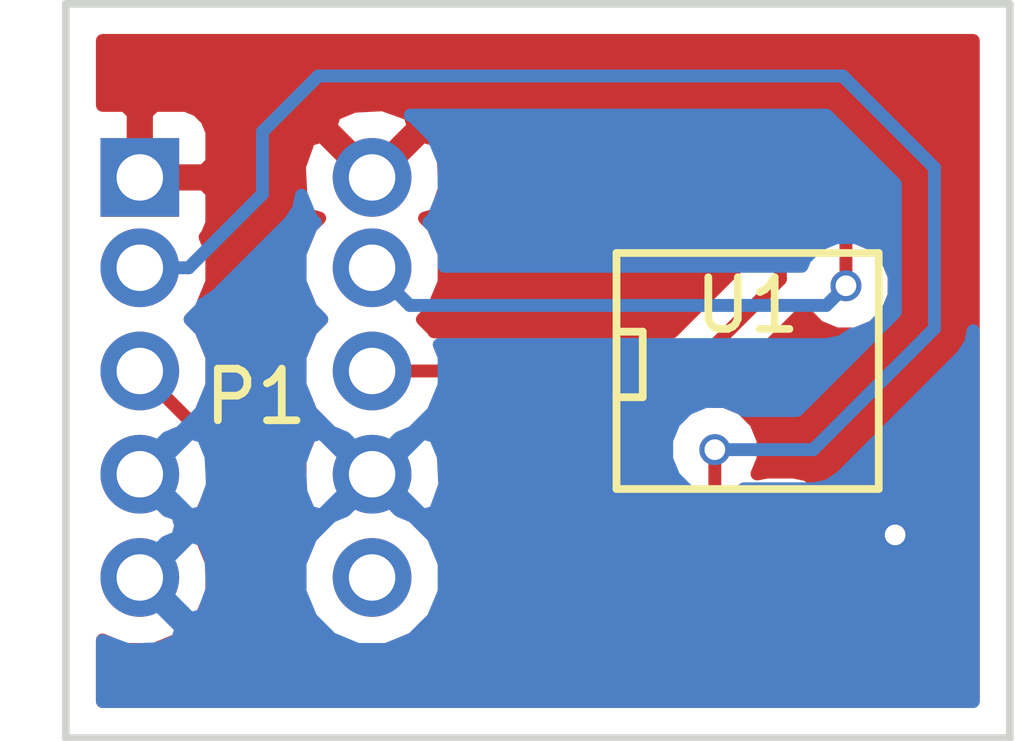
<source format=kicad_pcb>
(kicad_pcb (version 4) (host pcbnew 4.0.4-stable)

  (general
    (links 9)
    (no_connects 0)
    (area 100.940999 115.067999 129.091001 129.218001)
    (thickness 1.6)
    (drawings 4)
    (tracks 27)
    (zones 0)
    (modules 2)
    (nets 7)
  )

  (page A4)
  (layers
    (0 F.Cu signal)
    (31 B.Cu signal)
    (32 B.Adhes user)
    (33 F.Adhes user)
    (34 B.Paste user)
    (35 F.Paste user)
    (36 B.SilkS user)
    (37 F.SilkS user)
    (38 B.Mask user)
    (39 F.Mask user)
    (40 Dwgs.User user)
    (41 Cmts.User user)
    (42 Eco1.User user)
    (43 Eco2.User user)
    (44 Edge.Cuts user)
    (45 Margin user)
    (46 B.CrtYd user)
    (47 F.CrtYd user)
    (48 B.Fab user)
    (49 F.Fab user)
  )

  (setup
    (last_trace_width 0.25)
    (trace_clearance 0.2)
    (zone_clearance 0.508)
    (zone_45_only no)
    (trace_min 0.006)
    (segment_width 0.2)
    (edge_width 0.15)
    (via_size 0.6)
    (via_drill 0.4)
    (via_min_size 0.027)
    (via_min_drill 0.3)
    (uvia_size 0.3)
    (uvia_drill 0.1)
    (uvias_allowed no)
    (uvia_min_size 0)
    (uvia_min_drill 0.1)
    (pcb_text_width 0.3)
    (pcb_text_size 1.5 1.5)
    (mod_edge_width 0.15)
    (mod_text_size 1 1)
    (mod_text_width 0.15)
    (pad_size 1.524 1.524)
    (pad_drill 0.762)
    (pad_to_mask_clearance 0.2)
    (aux_axis_origin 0 0)
    (visible_elements FFFFFF5F)
    (pcbplotparams
      (layerselection 0x00030_80000001)
      (usegerberextensions false)
      (excludeedgelayer true)
      (linewidth 0.100000)
      (plotframeref false)
      (viasonmask false)
      (mode 1)
      (useauxorigin false)
      (hpglpennumber 1)
      (hpglpenspeed 20)
      (hpglpendiameter 15)
      (hpglpenoverlay 2)
      (psnegative false)
      (psa4output false)
      (plotreference true)
      (plotvalue true)
      (plotinvisibletext false)
      (padsonsilk false)
      (subtractmaskfromsilk false)
      (outputformat 1)
      (mirror false)
      (drillshape 0)
      (scaleselection 1)
      (outputdirectory gerbers/))
  )

  (net 0 "")
  (net 1 ~CS)
  (net 2 MISO)
  (net 3 GND)
  (net 4 VCC)
  (net 5 ~SCK)
  (net 6 MOSI)

  (net_class Default "This is the default net class."
    (clearance 0.2)
    (trace_width 0.25)
    (via_dia 0.6)
    (via_drill 0.4)
    (uvia_dia 0.3)
    (uvia_drill 0.1)
    (add_net GND)
    (add_net MISO)
    (add_net MOSI)
    (add_net VCC)
    (add_net ~CS)
    (add_net ~SCK)
  )

  (module Testlib:MOLEX-87264-1052 (layer F.Cu) (tedit 5837284E) (tstamp 58372956)
    (at 104.521 122.174)
    (path /583537AB)
    (fp_text reference P1 (at 0 0.5) (layer F.SilkS)
      (effects (font (size 1 1) (thickness 0.15)))
    )
    (fp_text value CONN_02X05 (at 0 5.5) (layer F.Fab)
      (effects (font (size 1 1) (thickness 0.15)))
    )
    (pad 6 thru_hole circle (at -2.25 0) (size 1.524 1.524) (drill 0.9) (layers *.Cu *.Mask)
      (net 1 ~CS))
    (pad 4 thru_hole circle (at -2.25 -2) (size 1.524 1.524) (drill 0.9) (layers *.Cu *.Mask)
      (net 2 MISO))
    (pad 8 thru_hole circle (at -2.25 2) (size 1.524 1.524) (drill 0.9) (layers *.Cu *.Mask)
      (net 3 GND))
    (pad 10 thru_hole circle (at -2.25 4) (size 1.524 1.524) (drill 0.9) (layers *.Cu *.Mask)
      (net 3 GND))
    (pad 2 thru_hole rect (at -2.25 -3.75) (size 1.524 1.524) (drill 0.9) (layers *.Cu *.Mask)
      (net 4 VCC))
    (pad 9 thru_hole circle (at 2.25 4) (size 1.524 1.524) (drill 0.9) (layers *.Cu *.Mask))
    (pad 7 thru_hole circle (at 2.25 2) (size 1.524 1.524) (drill 0.9) (layers *.Cu *.Mask)
      (net 3 GND))
    (pad 5 thru_hole circle (at 2.25 0) (size 1.524 1.524) (drill 0.9) (layers *.Cu *.Mask)
      (net 5 ~SCK))
    (pad 3 thru_hole circle (at 2.25 -2) (size 1.524 1.524) (drill 0.9) (layers *.Cu *.Mask)
      (net 6 MOSI))
    (pad 1 thru_hole circle (at 2.25 -3.75) (size 1.524 1.524) (drill 0.9) (layers *.Cu *.Mask)
      (net 4 VCC))
  )

  (module SMD_Packages:SOIC-8-N (layer F.Cu) (tedit 0) (tstamp 58372972)
    (at 114.046 122.174)
    (descr "Module Narrow CMS SOJ 8 pins large")
    (tags "CMS SOJ")
    (path /5835393B)
    (attr smd)
    (fp_text reference U1 (at 0 -1.27) (layer F.SilkS)
      (effects (font (size 1 1) (thickness 0.15)))
    )
    (fp_text value 25LC_EEPROM (at 0 1.27) (layer F.Fab)
      (effects (font (size 1 1) (thickness 0.15)))
    )
    (fp_line (start -2.54 -2.286) (end 2.54 -2.286) (layer F.SilkS) (width 0.15))
    (fp_line (start 2.54 -2.286) (end 2.54 2.286) (layer F.SilkS) (width 0.15))
    (fp_line (start 2.54 2.286) (end -2.54 2.286) (layer F.SilkS) (width 0.15))
    (fp_line (start -2.54 2.286) (end -2.54 -2.286) (layer F.SilkS) (width 0.15))
    (fp_line (start -2.54 -0.762) (end -2.032 -0.762) (layer F.SilkS) (width 0.15))
    (fp_line (start -2.032 -0.762) (end -2.032 0.508) (layer F.SilkS) (width 0.15))
    (fp_line (start -2.032 0.508) (end -2.54 0.508) (layer F.SilkS) (width 0.15))
    (pad 8 smd rect (at -1.905 -3.175) (size 0.508 1.143) (layers F.Cu F.Paste F.Mask)
      (net 4 VCC))
    (pad 7 smd rect (at -0.635 -3.175) (size 0.508 1.143) (layers F.Cu F.Paste F.Mask))
    (pad 6 smd rect (at 0.635 -3.175) (size 0.508 1.143) (layers F.Cu F.Paste F.Mask)
      (net 5 ~SCK))
    (pad 5 smd rect (at 1.905 -3.175) (size 0.508 1.143) (layers F.Cu F.Paste F.Mask)
      (net 6 MOSI))
    (pad 4 smd rect (at 1.905 3.175) (size 0.508 1.143) (layers F.Cu F.Paste F.Mask)
      (net 3 GND))
    (pad 3 smd rect (at 0.635 3.175) (size 0.508 1.143) (layers F.Cu F.Paste F.Mask))
    (pad 2 smd rect (at -0.635 3.175) (size 0.508 1.143) (layers F.Cu F.Paste F.Mask)
      (net 2 MISO))
    (pad 1 smd rect (at -1.905 3.175) (size 0.508 1.143) (layers F.Cu F.Paste F.Mask)
      (net 1 ~CS))
    (model SMD_Packages.3dshapes/SOIC-8-N.wrl
      (at (xyz 0 0 0))
      (scale (xyz 0.5 0.38 0.5))
      (rotate (xyz 0 0 0))
    )
  )

  (gr_line (start 100.838 115.062) (end 100.838 129.286) (angle 90) (layer Edge.Cuts) (width 0.15))
  (gr_line (start 119.126 115.062) (end 100.838 115.062) (angle 90) (layer Edge.Cuts) (width 0.15))
  (gr_line (start 119.126 129.286) (end 100.838 129.286) (angle 90) (layer Edge.Cuts) (width 0.15))
  (gr_line (start 119.126 115.062) (end 119.126 129.286) (angle 90) (layer Edge.Cuts) (width 0.15))

  (segment (start 112.141 125.349) (end 112.141 125.7935) (width 0.25) (layer F.Cu) (net 1) (status C00000))
  (segment (start 112.141 125.7935) (end 110.363 127.5715) (width 0.25) (layer F.Cu) (net 1) (tstamp 583F9E74) (status 400000))
  (segment (start 110.363 127.5715) (end 106.1085 127.5715) (width 0.25) (layer F.Cu) (net 1) (tstamp 583F9E84))
  (segment (start 106.1085 127.5715) (end 105.2195 126.6825) (width 0.25) (layer F.Cu) (net 1) (tstamp 583F9E8A))
  (segment (start 105.2195 126.6825) (end 105.2195 125.1225) (width 0.25) (layer F.Cu) (net 1) (tstamp 583F9E8D))
  (segment (start 105.2195 125.1225) (end 102.271 122.174) (width 0.25) (layer F.Cu) (net 1) (tstamp 583F9E94) (status 800000))
  (segment (start 102.271 120.174) (end 103.219 120.174) (width 0.25) (layer B.Cu) (net 2) (status 400000))
  (segment (start 113.411 123.698) (end 113.411 125.349) (width 0.25) (layer F.Cu) (net 2) (tstamp 583F9F96) (status 800000))
  (via (at 113.411 123.698) (size 0.6) (drill 0.4) (layers F.Cu B.Cu) (net 2))
  (segment (start 115.316 123.698) (end 113.411 123.698) (width 0.25) (layer B.Cu) (net 2) (tstamp 583F9F8E))
  (segment (start 117.6655 121.3485) (end 115.316 123.698) (width 0.25) (layer B.Cu) (net 2) (tstamp 583F9F8C))
  (segment (start 117.6655 118.237) (end 117.6655 121.3485) (width 0.25) (layer B.Cu) (net 2) (tstamp 583F9F88))
  (segment (start 115.8875 116.459) (end 117.6655 118.237) (width 0.25) (layer B.Cu) (net 2) (tstamp 583F9F83))
  (segment (start 105.7275 116.459) (end 115.8875 116.459) (width 0.25) (layer B.Cu) (net 2) (tstamp 583F9F7F))
  (segment (start 104.648 117.5385) (end 105.7275 116.459) (width 0.25) (layer B.Cu) (net 2) (tstamp 583F9F78))
  (segment (start 104.648 118.745) (end 104.648 117.5385) (width 0.25) (layer B.Cu) (net 2) (tstamp 583F9F74))
  (segment (start 103.219 120.174) (end 104.648 118.745) (width 0.25) (layer B.Cu) (net 2) (tstamp 583F9F68))
  (segment (start 115.951 125.349) (end 116.9035 125.349) (width 0.25) (layer F.Cu) (net 3))
  (via (at 116.9035 125.349) (size 0.6) (drill 0.4) (layers F.Cu B.Cu) (net 3))
  (segment (start 114.681 118.999) (end 114.681 120.396) (width 0.25) (layer F.Cu) (net 5))
  (segment (start 112.903 122.174) (end 106.771 122.174) (width 0.25) (layer F.Cu) (net 5) (tstamp 583F9D43))
  (segment (start 114.681 120.396) (end 112.903 122.174) (width 0.25) (layer F.Cu) (net 5) (tstamp 583F9D3D))
  (segment (start 115.951 118.999) (end 115.951 120.523) (width 0.25) (layer F.Cu) (net 6) (status 400000))
  (segment (start 107.501 120.904) (end 106.771 120.174) (width 0.25) (layer B.Cu) (net 6) (tstamp 583F9DF0) (status 800000))
  (segment (start 115.57 120.904) (end 107.501 120.904) (width 0.25) (layer B.Cu) (net 6) (tstamp 583F9DED))
  (segment (start 115.951 120.523) (end 115.57 120.904) (width 0.25) (layer B.Cu) (net 6) (tstamp 583F9DEC))
  (via (at 115.951 120.523) (size 0.6) (drill 0.4) (layers F.Cu B.Cu) (net 6))

  (zone (net 4) (net_name VCC) (layer F.Cu) (tstamp 583F9D14) (hatch edge 0.508)
    (connect_pads (clearance 0.508))
    (min_thickness 0.254)
    (fill yes (arc_segments 16) (thermal_gap 0.508) (thermal_bridge_width 0.508))
    (polygon
      (pts
        (xy 119.126 129.286) (xy 100.838 129.286) (xy 100.838 115.062) (xy 119.126 115.062)
      )
    )
    (filled_polygon
      (pts
        (xy 118.416 128.576) (xy 101.548 128.576) (xy 101.548 127.386434) (xy 101.9919 127.570757) (xy 102.547661 127.571242)
        (xy 103.061303 127.35901) (xy 103.454629 126.96637) (xy 103.667757 126.4531) (xy 103.668242 125.897339) (xy 103.45601 125.383697)
        (xy 103.246658 125.173979) (xy 103.454629 124.96637) (xy 103.611289 124.589091) (xy 104.4595 125.437302) (xy 104.4595 126.6825)
        (xy 104.517352 126.973339) (xy 104.682099 127.219901) (xy 105.571099 128.108901) (xy 105.817661 128.273648) (xy 106.1085 128.3315)
        (xy 110.363 128.3315) (xy 110.653839 128.273648) (xy 110.900401 128.108901) (xy 112.452108 126.557194) (xy 112.630317 126.523662)
        (xy 112.776907 126.429334) (xy 112.90511 126.516931) (xy 113.157 126.56794) (xy 113.665 126.56794) (xy 113.900317 126.523662)
        (xy 114.046907 126.429334) (xy 114.17511 126.516931) (xy 114.427 126.56794) (xy 114.935 126.56794) (xy 115.170317 126.523662)
        (xy 115.316907 126.429334) (xy 115.44511 126.516931) (xy 115.697 126.56794) (xy 116.205 126.56794) (xy 116.440317 126.523662)
        (xy 116.656441 126.38459) (xy 116.725277 126.283845) (xy 117.088667 126.284162) (xy 117.432443 126.142117) (xy 117.695692 125.879327)
        (xy 117.838338 125.535799) (xy 117.838662 125.163833) (xy 117.696617 124.820057) (xy 117.433827 124.556808) (xy 117.090299 124.414162)
        (xy 116.725578 124.413844) (xy 116.66909 124.326059) (xy 116.45689 124.181069) (xy 116.205 124.13006) (xy 115.697 124.13006)
        (xy 115.461683 124.174338) (xy 115.315093 124.268666) (xy 115.18689 124.181069) (xy 114.935 124.13006) (xy 114.427 124.13006)
        (xy 114.228486 124.167413) (xy 114.345838 123.884799) (xy 114.346162 123.512833) (xy 114.204117 123.169057) (xy 113.941327 122.905808)
        (xy 113.597799 122.763162) (xy 113.363241 122.762958) (xy 113.440401 122.711401) (xy 115.140918 121.010884) (xy 115.157883 121.051943)
        (xy 115.420673 121.315192) (xy 115.764201 121.457838) (xy 116.136167 121.458162) (xy 116.479943 121.316117) (xy 116.743192 121.053327)
        (xy 116.885838 120.709799) (xy 116.886162 120.337833) (xy 116.744117 119.994057) (xy 116.711 119.960882) (xy 116.711 119.95474)
        (xy 116.801431 119.82239) (xy 116.85244 119.5705) (xy 116.85244 118.4275) (xy 116.808162 118.192183) (xy 116.66909 117.976059)
        (xy 116.45689 117.831069) (xy 116.205 117.78006) (xy 115.697 117.78006) (xy 115.461683 117.824338) (xy 115.315093 117.918666)
        (xy 115.18689 117.831069) (xy 114.935 117.78006) (xy 114.427 117.78006) (xy 114.191683 117.824338) (xy 114.045093 117.918666)
        (xy 113.91689 117.831069) (xy 113.665 117.78006) (xy 113.157 117.78006) (xy 112.921683 117.824338) (xy 112.780629 117.915104)
        (xy 112.754698 117.889173) (xy 112.521309 117.7925) (xy 112.42675 117.7925) (xy 112.268 117.95125) (xy 112.268 118.872)
        (xy 112.288 118.872) (xy 112.288 119.126) (xy 112.268 119.126) (xy 112.268 120.04675) (xy 112.42675 120.2055)
        (xy 112.521309 120.2055) (xy 112.754698 120.108827) (xy 112.781235 120.082291) (xy 112.90511 120.166931) (xy 113.157 120.21794)
        (xy 113.665 120.21794) (xy 113.811899 120.190299) (xy 112.588198 121.414) (xy 107.968531 121.414) (xy 107.95601 121.383697)
        (xy 107.746658 121.173979) (xy 107.954629 120.96637) (xy 108.167757 120.4531) (xy 108.168242 119.897339) (xy 107.95601 119.383697)
        (xy 107.857236 119.28475) (xy 111.252 119.28475) (xy 111.252 119.69681) (xy 111.348673 119.930199) (xy 111.527302 120.108827)
        (xy 111.760691 120.2055) (xy 111.85525 120.2055) (xy 112.014 120.04675) (xy 112.014 119.126) (xy 111.41075 119.126)
        (xy 111.252 119.28475) (xy 107.857236 119.28475) (xy 107.786962 119.214354) (xy 107.993397 119.155143) (xy 108.180144 118.631698)
        (xy 108.163602 118.30119) (xy 111.252 118.30119) (xy 111.252 118.71325) (xy 111.41075 118.872) (xy 112.014 118.872)
        (xy 112.014 117.95125) (xy 111.85525 117.7925) (xy 111.760691 117.7925) (xy 111.527302 117.889173) (xy 111.348673 118.067801)
        (xy 111.252 118.30119) (xy 108.163602 118.30119) (xy 108.152362 118.076632) (xy 107.993397 117.692857) (xy 107.751213 117.623392)
        (xy 106.950605 118.424) (xy 106.964748 118.438143) (xy 106.785143 118.617748) (xy 106.771 118.603605) (xy 106.756858 118.617748)
        (xy 106.577253 118.438143) (xy 106.591395 118.424) (xy 105.790787 117.623392) (xy 105.548603 117.692857) (xy 105.361856 118.216302)
        (xy 105.389638 118.771368) (xy 105.548603 119.155143) (xy 105.754961 119.214332) (xy 105.587371 119.38163) (xy 105.374243 119.8949)
        (xy 105.373758 120.450661) (xy 105.58599 120.964303) (xy 105.795342 121.174021) (xy 105.587371 121.38163) (xy 105.374243 121.8949)
        (xy 105.373758 122.450661) (xy 105.58599 122.964303) (xy 105.795342 123.174021) (xy 105.587371 123.38163) (xy 105.374243 123.8949)
        (xy 105.373975 124.202173) (xy 103.655183 122.483381) (xy 103.667757 122.4531) (xy 103.668242 121.897339) (xy 103.45601 121.383697)
        (xy 103.246658 121.173979) (xy 103.454629 120.96637) (xy 103.667757 120.4531) (xy 103.668242 119.897339) (xy 103.537093 119.579933)
        (xy 103.571327 119.545699) (xy 103.668 119.31231) (xy 103.668 118.70975) (xy 103.50925 118.551) (xy 102.398 118.551)
        (xy 102.398 118.571) (xy 102.144 118.571) (xy 102.144 118.551) (xy 102.124 118.551) (xy 102.124 118.297)
        (xy 102.144 118.297) (xy 102.144 117.18575) (xy 102.398 117.18575) (xy 102.398 118.297) (xy 103.50925 118.297)
        (xy 103.668 118.13825) (xy 103.668 117.53569) (xy 103.629933 117.443787) (xy 105.970392 117.443787) (xy 106.771 118.244395)
        (xy 107.571608 117.443787) (xy 107.502143 117.201603) (xy 106.978698 117.014856) (xy 106.423632 117.042638) (xy 106.039857 117.201603)
        (xy 105.970392 117.443787) (xy 103.629933 117.443787) (xy 103.571327 117.302301) (xy 103.392698 117.123673) (xy 103.159309 117.027)
        (xy 102.55675 117.027) (xy 102.398 117.18575) (xy 102.144 117.18575) (xy 101.98525 117.027) (xy 101.548 117.027)
        (xy 101.548 115.772) (xy 118.416 115.772)
      )
    )
  )
  (zone (net 3) (net_name GND) (layer B.Cu) (tstamp 583F9D69) (hatch edge 0.508)
    (connect_pads (clearance 0.508))
    (min_thickness 0.254)
    (fill yes (arc_segments 16) (thermal_gap 0.508) (thermal_bridge_width 0.508))
    (polygon
      (pts
        (xy 119.126 129.286) (xy 100.838 129.286) (xy 100.838 115.062) (xy 119.126 115.062)
      )
    )
    (filled_polygon
      (pts
        (xy 116.9055 118.551802) (xy 116.9055 121.033698) (xy 115.001198 122.938) (xy 113.973463 122.938) (xy 113.941327 122.905808)
        (xy 113.597799 122.763162) (xy 113.225833 122.762838) (xy 112.882057 122.904883) (xy 112.618808 123.167673) (xy 112.476162 123.511201)
        (xy 112.475838 123.883167) (xy 112.617883 124.226943) (xy 112.880673 124.490192) (xy 113.224201 124.632838) (xy 113.596167 124.633162)
        (xy 113.939943 124.491117) (xy 113.973118 124.458) (xy 115.316 124.458) (xy 115.606839 124.400148) (xy 115.853401 124.235401)
        (xy 118.202901 121.885901) (xy 118.367648 121.639339) (xy 118.416 121.396259) (xy 118.416 128.576) (xy 101.548 128.576)
        (xy 101.548 127.399302) (xy 102.063302 127.583144) (xy 102.618368 127.555362) (xy 103.002143 127.396397) (xy 103.071608 127.154213)
        (xy 102.271 126.353605) (xy 102.256858 126.367748) (xy 102.077253 126.188143) (xy 102.091395 126.174) (xy 102.450605 126.174)
        (xy 103.251213 126.974608) (xy 103.493397 126.905143) (xy 103.65554 126.450661) (xy 105.373758 126.450661) (xy 105.58599 126.964303)
        (xy 105.97863 127.357629) (xy 106.4919 127.570757) (xy 107.047661 127.571242) (xy 107.561303 127.35901) (xy 107.954629 126.96637)
        (xy 108.167757 126.4531) (xy 108.168242 125.897339) (xy 107.95601 125.383697) (xy 107.56337 124.990371) (xy 107.297273 124.879878)
        (xy 106.771 124.353605) (xy 106.244698 124.879907) (xy 105.980697 124.98899) (xy 105.587371 125.38163) (xy 105.374243 125.8949)
        (xy 105.373758 126.450661) (xy 103.65554 126.450661) (xy 103.680144 126.381698) (xy 103.652362 125.826632) (xy 103.493397 125.442857)
        (xy 103.251213 125.373392) (xy 102.450605 126.174) (xy 102.091395 126.174) (xy 102.077253 126.159858) (xy 102.256858 125.980253)
        (xy 102.271 125.994395) (xy 102.77485 125.490545) (xy 103.002143 125.396397) (xy 103.055692 125.209703) (xy 103.071608 125.193787)
        (xy 103.065933 125.174) (xy 103.071608 125.154213) (xy 103.055692 125.138297) (xy 103.002143 124.951603) (xy 102.79515 124.877755)
        (xy 102.271 124.353605) (xy 102.256858 124.367748) (xy 102.077253 124.188143) (xy 102.091395 124.174) (xy 102.450605 124.174)
        (xy 103.251213 124.974608) (xy 103.493397 124.905143) (xy 103.680144 124.381698) (xy 103.659353 123.966302) (xy 105.361856 123.966302)
        (xy 105.389638 124.521368) (xy 105.548603 124.905143) (xy 105.790787 124.974608) (xy 106.591395 124.174) (xy 106.950605 124.174)
        (xy 107.751213 124.974608) (xy 107.993397 124.905143) (xy 108.180144 124.381698) (xy 108.152362 123.826632) (xy 107.993397 123.442857)
        (xy 107.751213 123.373392) (xy 106.950605 124.174) (xy 106.591395 124.174) (xy 105.790787 123.373392) (xy 105.548603 123.442857)
        (xy 105.361856 123.966302) (xy 103.659353 123.966302) (xy 103.652362 123.826632) (xy 103.493397 123.442857) (xy 103.251213 123.373392)
        (xy 102.450605 124.174) (xy 102.091395 124.174) (xy 102.077253 124.159858) (xy 102.256858 123.980253) (xy 102.271 123.994395)
        (xy 102.797302 123.468093) (xy 103.061303 123.35901) (xy 103.454629 122.96637) (xy 103.667757 122.4531) (xy 103.668242 121.897339)
        (xy 103.45601 121.383697) (xy 103.246658 121.173979) (xy 103.454629 120.96637) (xy 103.490495 120.879996) (xy 103.509839 120.876148)
        (xy 103.756401 120.711401) (xy 105.185401 119.282401) (xy 105.350148 119.03584) (xy 105.402826 118.771011) (xy 105.58599 119.214303)
        (xy 105.670343 119.298803) (xy 105.587371 119.38163) (xy 105.374243 119.8949) (xy 105.373758 120.450661) (xy 105.58599 120.964303)
        (xy 105.795342 121.174021) (xy 105.587371 121.38163) (xy 105.374243 121.8949) (xy 105.373758 122.450661) (xy 105.58599 122.964303)
        (xy 105.97863 123.357629) (xy 106.244727 123.468122) (xy 106.771 123.994395) (xy 107.297302 123.468093) (xy 107.561303 123.35901)
        (xy 107.954629 122.96637) (xy 108.167757 122.4531) (xy 108.168242 121.897339) (xy 108.071829 121.664) (xy 115.57 121.664)
        (xy 115.860839 121.606148) (xy 116.082386 121.458115) (xy 116.136167 121.458162) (xy 116.479943 121.316117) (xy 116.743192 121.053327)
        (xy 116.885838 120.709799) (xy 116.886162 120.337833) (xy 116.744117 119.994057) (xy 116.481327 119.730808) (xy 116.137799 119.588162)
        (xy 115.765833 119.587838) (xy 115.422057 119.729883) (xy 115.158808 119.992673) (xy 115.095971 120.144) (xy 108.168027 120.144)
        (xy 108.168242 119.897339) (xy 107.95601 119.383697) (xy 107.871657 119.299197) (xy 107.954629 119.21637) (xy 108.167757 118.7031)
        (xy 108.168242 118.147339) (xy 107.95601 117.633697) (xy 107.56337 117.240371) (xy 107.511903 117.219) (xy 115.572698 117.219)
      )
    )
  )
)

</source>
